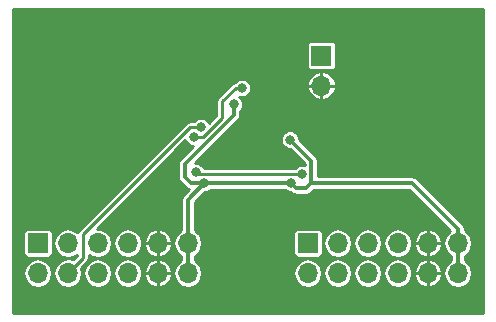
<source format=gbl>
G04 #@! TF.GenerationSoftware,KiCad,Pcbnew,(2017-01-20 revision 550a1ea4d)-master*
G04 #@! TF.CreationDate,2017-01-26T21:32:20+07:00*
G04 #@! TF.ProjectId,ULPI_PMOD,554C50495F504D4F442E6B696361645F,rev?*
G04 #@! TF.FileFunction,Copper,L2,Bot,Signal*
G04 #@! TF.FilePolarity,Positive*
%FSLAX46Y46*%
G04 Gerber Fmt 4.6, Leading zero omitted, Abs format (unit mm)*
G04 Created by KiCad (PCBNEW (2017-01-20 revision 550a1ea4d)-master) date Thu Jan 26 21:32:20 2017*
%MOMM*%
%LPD*%
G01*
G04 APERTURE LIST*
%ADD10C,0.100000*%
%ADD11O,1.550000X1.000000*%
%ADD12O,0.950000X1.250000*%
%ADD13O,1.700000X1.700000*%
%ADD14R,1.700000X1.700000*%
%ADD15C,0.800000*%
%ADD16C,0.375000*%
%ADD17C,0.250000*%
G04 APERTURE END LIST*
D10*
D11*
X75150000Y-67500000D03*
X75150000Y-60500000D03*
D12*
X77850000Y-66500000D03*
X77850000Y-61500000D03*
D13*
X100203000Y-62865000D03*
D14*
X100203000Y-60325000D03*
X76200000Y-76200000D03*
D13*
X76200000Y-78740000D03*
X78740000Y-76200000D03*
X78740000Y-78740000D03*
X81280000Y-76200000D03*
X81280000Y-78740000D03*
X83820000Y-76200000D03*
X83820000Y-78740000D03*
X86360000Y-76200000D03*
X86360000Y-78740000D03*
X88900000Y-76200000D03*
X88900000Y-78740000D03*
X111760000Y-78740000D03*
X111760000Y-76200000D03*
X109220000Y-78740000D03*
X109220000Y-76200000D03*
X106680000Y-78740000D03*
X106680000Y-76200000D03*
X104140000Y-78740000D03*
X104140000Y-76200000D03*
X101600000Y-78740000D03*
X101600000Y-76200000D03*
X99060000Y-78740000D03*
D14*
X99060000Y-76200000D03*
D15*
X96600000Y-65400000D03*
X92329000Y-61087000D03*
X97663000Y-71120000D03*
X90297000Y-71120000D03*
X92778153Y-64447847D03*
X97536000Y-67437010D03*
X89599994Y-70200000D03*
X98552000Y-70358000D03*
X89993438Y-66371442D03*
X89400000Y-67200000D03*
X93496430Y-63067267D03*
D16*
X92778153Y-65336847D02*
X88612490Y-69502510D01*
X88612490Y-70578002D02*
X89154488Y-71120000D01*
X92778153Y-64447847D02*
X92778153Y-65336847D01*
X89154488Y-71120000D02*
X89731315Y-71120000D01*
X89731315Y-71120000D02*
X90297000Y-71120000D01*
X88612490Y-69502510D02*
X88612490Y-70578002D01*
X111760000Y-76200000D02*
X111760000Y-74997919D01*
X111760000Y-74997919D02*
X107856580Y-71094499D01*
X107856580Y-71094499D02*
X99339501Y-71094499D01*
X111760000Y-78740000D02*
X111760000Y-76200000D01*
X88900000Y-76200000D02*
X88900000Y-72517000D01*
X88900000Y-72517000D02*
X90297000Y-71120000D01*
X88900000Y-78740000D02*
X88900000Y-76200000D01*
X99339501Y-71094499D02*
X98914001Y-71519999D01*
X98914001Y-71519999D02*
X98062999Y-71519999D01*
X98062999Y-71519999D02*
X97663000Y-71120000D01*
X97536000Y-67437010D02*
X99339501Y-69240511D01*
X99339501Y-69240511D02*
X99339501Y-71094499D01*
X90297000Y-71120000D02*
X97663000Y-71120000D01*
D17*
X98552000Y-70358000D02*
X89757994Y-70358000D01*
X89757994Y-70358000D02*
X89599994Y-70200000D01*
X89427753Y-66371442D02*
X89993438Y-66371442D01*
X89076558Y-66371442D02*
X89427753Y-66371442D01*
X80010000Y-77470000D02*
X80010000Y-75438000D01*
X78740000Y-78740000D02*
X80010000Y-77470000D01*
X80010000Y-75438000D02*
X89076558Y-66371442D01*
X89965685Y-67200000D02*
X89400000Y-67200000D01*
X90190200Y-67200000D02*
X89965685Y-67200000D01*
X91821000Y-65569200D02*
X90190200Y-67200000D01*
X91821000Y-64177012D02*
X91821000Y-65569200D01*
X92930745Y-63067267D02*
X91821000Y-64177012D01*
X93496430Y-63067267D02*
X92930745Y-63067267D01*
G36*
X113846000Y-82096000D02*
X74114000Y-82096000D01*
X74114000Y-78715922D01*
X74971000Y-78715922D01*
X74971000Y-78764078D01*
X75064552Y-79234396D01*
X75330966Y-79633112D01*
X75729682Y-79899526D01*
X76200000Y-79993078D01*
X76670318Y-79899526D01*
X77069034Y-79633112D01*
X77335448Y-79234396D01*
X77429000Y-78764078D01*
X77429000Y-78715922D01*
X77335448Y-78245604D01*
X77069034Y-77846888D01*
X76670318Y-77580474D01*
X76200000Y-77486922D01*
X75729682Y-77580474D01*
X75330966Y-77846888D01*
X75064552Y-78245604D01*
X74971000Y-78715922D01*
X74114000Y-78715922D01*
X74114000Y-75350000D01*
X74963575Y-75350000D01*
X74963575Y-77050000D01*
X74992990Y-77197878D01*
X75076756Y-77323244D01*
X75202122Y-77407010D01*
X75350000Y-77436425D01*
X77050000Y-77436425D01*
X77197878Y-77407010D01*
X77323244Y-77323244D01*
X77407010Y-77197878D01*
X77436425Y-77050000D01*
X77436425Y-76175922D01*
X77511000Y-76175922D01*
X77511000Y-76224078D01*
X77604552Y-76694396D01*
X77870966Y-77093112D01*
X78269682Y-77359526D01*
X78740000Y-77453078D01*
X79210318Y-77359526D01*
X79506000Y-77161957D01*
X79506000Y-77261236D01*
X79190670Y-77576566D01*
X78740000Y-77486922D01*
X78269682Y-77580474D01*
X77870966Y-77846888D01*
X77604552Y-78245604D01*
X77511000Y-78715922D01*
X77511000Y-78764078D01*
X77604552Y-79234396D01*
X77870966Y-79633112D01*
X78269682Y-79899526D01*
X78740000Y-79993078D01*
X79210318Y-79899526D01*
X79609034Y-79633112D01*
X79875448Y-79234396D01*
X79969000Y-78764078D01*
X79969000Y-78715922D01*
X80051000Y-78715922D01*
X80051000Y-78764078D01*
X80144552Y-79234396D01*
X80410966Y-79633112D01*
X80809682Y-79899526D01*
X81280000Y-79993078D01*
X81750318Y-79899526D01*
X82149034Y-79633112D01*
X82415448Y-79234396D01*
X82509000Y-78764078D01*
X82509000Y-78715922D01*
X82591000Y-78715922D01*
X82591000Y-78764078D01*
X82684552Y-79234396D01*
X82950966Y-79633112D01*
X83349682Y-79899526D01*
X83820000Y-79993078D01*
X84290318Y-79899526D01*
X84689034Y-79633112D01*
X84955448Y-79234396D01*
X85015154Y-78934233D01*
X85146445Y-78934233D01*
X85313151Y-79383855D01*
X85639230Y-79735456D01*
X86075040Y-79935508D01*
X86165767Y-79953554D01*
X86358000Y-79874248D01*
X86358000Y-78742000D01*
X86362000Y-78742000D01*
X86362000Y-79874248D01*
X86554233Y-79953554D01*
X86644960Y-79935508D01*
X87080770Y-79735456D01*
X87406849Y-79383855D01*
X87573555Y-78934233D01*
X87494249Y-78742000D01*
X86362000Y-78742000D01*
X86358000Y-78742000D01*
X85225751Y-78742000D01*
X85146445Y-78934233D01*
X85015154Y-78934233D01*
X85049000Y-78764078D01*
X85049000Y-78715922D01*
X85015155Y-78545767D01*
X85146445Y-78545767D01*
X85225751Y-78738000D01*
X86358000Y-78738000D01*
X86358000Y-77605752D01*
X86362000Y-77605752D01*
X86362000Y-78738000D01*
X87494249Y-78738000D01*
X87573555Y-78545767D01*
X87406849Y-78096145D01*
X87080770Y-77744544D01*
X86644960Y-77544492D01*
X86554233Y-77526446D01*
X86362000Y-77605752D01*
X86358000Y-77605752D01*
X86165767Y-77526446D01*
X86075040Y-77544492D01*
X85639230Y-77744544D01*
X85313151Y-78096145D01*
X85146445Y-78545767D01*
X85015155Y-78545767D01*
X84955448Y-78245604D01*
X84689034Y-77846888D01*
X84290318Y-77580474D01*
X83820000Y-77486922D01*
X83349682Y-77580474D01*
X82950966Y-77846888D01*
X82684552Y-78245604D01*
X82591000Y-78715922D01*
X82509000Y-78715922D01*
X82415448Y-78245604D01*
X82149034Y-77846888D01*
X81750318Y-77580474D01*
X81280000Y-77486922D01*
X80809682Y-77580474D01*
X80410966Y-77846888D01*
X80144552Y-78245604D01*
X80051000Y-78715922D01*
X79969000Y-78715922D01*
X79887346Y-78305418D01*
X80366382Y-77826382D01*
X80475635Y-77662873D01*
X80514000Y-77470000D01*
X80514000Y-77161957D01*
X80809682Y-77359526D01*
X81280000Y-77453078D01*
X81750318Y-77359526D01*
X82149034Y-77093112D01*
X82415448Y-76694396D01*
X82509000Y-76224078D01*
X82509000Y-76175922D01*
X82591000Y-76175922D01*
X82591000Y-76224078D01*
X82684552Y-76694396D01*
X82950966Y-77093112D01*
X83349682Y-77359526D01*
X83820000Y-77453078D01*
X84290318Y-77359526D01*
X84689034Y-77093112D01*
X84955448Y-76694396D01*
X85015154Y-76394233D01*
X85146445Y-76394233D01*
X85313151Y-76843855D01*
X85639230Y-77195456D01*
X86075040Y-77395508D01*
X86165767Y-77413554D01*
X86358000Y-77334248D01*
X86358000Y-76202000D01*
X86362000Y-76202000D01*
X86362000Y-77334248D01*
X86554233Y-77413554D01*
X86644960Y-77395508D01*
X87080770Y-77195456D01*
X87406849Y-76843855D01*
X87573555Y-76394233D01*
X87494249Y-76202000D01*
X86362000Y-76202000D01*
X86358000Y-76202000D01*
X85225751Y-76202000D01*
X85146445Y-76394233D01*
X85015154Y-76394233D01*
X85049000Y-76224078D01*
X85049000Y-76175922D01*
X85015155Y-76005767D01*
X85146445Y-76005767D01*
X85225751Y-76198000D01*
X86358000Y-76198000D01*
X86358000Y-75065752D01*
X86362000Y-75065752D01*
X86362000Y-76198000D01*
X87494249Y-76198000D01*
X87573555Y-76005767D01*
X87406849Y-75556145D01*
X87080770Y-75204544D01*
X86644960Y-75004492D01*
X86554233Y-74986446D01*
X86362000Y-75065752D01*
X86358000Y-75065752D01*
X86165767Y-74986446D01*
X86075040Y-75004492D01*
X85639230Y-75204544D01*
X85313151Y-75556145D01*
X85146445Y-76005767D01*
X85015155Y-76005767D01*
X84955448Y-75705604D01*
X84689034Y-75306888D01*
X84290318Y-75040474D01*
X83820000Y-74946922D01*
X83349682Y-75040474D01*
X82950966Y-75306888D01*
X82684552Y-75705604D01*
X82591000Y-76175922D01*
X82509000Y-76175922D01*
X82415448Y-75705604D01*
X82149034Y-75306888D01*
X81750318Y-75040474D01*
X81280000Y-74946922D01*
X81197415Y-74963349D01*
X88675138Y-67485626D01*
X88739210Y-67640692D01*
X88958156Y-67860019D01*
X89244367Y-67978865D01*
X89334904Y-67978944D01*
X88211914Y-69101934D01*
X88089112Y-69285720D01*
X88045990Y-69502510D01*
X88045990Y-70578002D01*
X88089112Y-70794792D01*
X88211914Y-70978578D01*
X88753912Y-71520576D01*
X88937698Y-71643378D01*
X88966701Y-71649147D01*
X88499424Y-72116424D01*
X88376622Y-72300210D01*
X88333500Y-72517000D01*
X88333500Y-75104741D01*
X88030966Y-75306888D01*
X87764552Y-75705604D01*
X87671000Y-76175922D01*
X87671000Y-76224078D01*
X87764552Y-76694396D01*
X88030966Y-77093112D01*
X88333500Y-77295259D01*
X88333500Y-77644741D01*
X88030966Y-77846888D01*
X87764552Y-78245604D01*
X87671000Y-78715922D01*
X87671000Y-78764078D01*
X87764552Y-79234396D01*
X88030966Y-79633112D01*
X88429682Y-79899526D01*
X88900000Y-79993078D01*
X89370318Y-79899526D01*
X89769034Y-79633112D01*
X90035448Y-79234396D01*
X90129000Y-78764078D01*
X90129000Y-78715922D01*
X97831000Y-78715922D01*
X97831000Y-78764078D01*
X97924552Y-79234396D01*
X98190966Y-79633112D01*
X98589682Y-79899526D01*
X99060000Y-79993078D01*
X99530318Y-79899526D01*
X99929034Y-79633112D01*
X100195448Y-79234396D01*
X100289000Y-78764078D01*
X100289000Y-78715922D01*
X100371000Y-78715922D01*
X100371000Y-78764078D01*
X100464552Y-79234396D01*
X100730966Y-79633112D01*
X101129682Y-79899526D01*
X101600000Y-79993078D01*
X102070318Y-79899526D01*
X102469034Y-79633112D01*
X102735448Y-79234396D01*
X102829000Y-78764078D01*
X102829000Y-78715922D01*
X102911000Y-78715922D01*
X102911000Y-78764078D01*
X103004552Y-79234396D01*
X103270966Y-79633112D01*
X103669682Y-79899526D01*
X104140000Y-79993078D01*
X104610318Y-79899526D01*
X105009034Y-79633112D01*
X105275448Y-79234396D01*
X105369000Y-78764078D01*
X105369000Y-78715922D01*
X105451000Y-78715922D01*
X105451000Y-78764078D01*
X105544552Y-79234396D01*
X105810966Y-79633112D01*
X106209682Y-79899526D01*
X106680000Y-79993078D01*
X107150318Y-79899526D01*
X107549034Y-79633112D01*
X107815448Y-79234396D01*
X107875154Y-78934233D01*
X108006445Y-78934233D01*
X108173151Y-79383855D01*
X108499230Y-79735456D01*
X108935040Y-79935508D01*
X109025767Y-79953554D01*
X109218000Y-79874248D01*
X109218000Y-78742000D01*
X109222000Y-78742000D01*
X109222000Y-79874248D01*
X109414233Y-79953554D01*
X109504960Y-79935508D01*
X109940770Y-79735456D01*
X110266849Y-79383855D01*
X110433555Y-78934233D01*
X110354249Y-78742000D01*
X109222000Y-78742000D01*
X109218000Y-78742000D01*
X108085751Y-78742000D01*
X108006445Y-78934233D01*
X107875154Y-78934233D01*
X107909000Y-78764078D01*
X107909000Y-78715922D01*
X107875155Y-78545767D01*
X108006445Y-78545767D01*
X108085751Y-78738000D01*
X109218000Y-78738000D01*
X109218000Y-77605752D01*
X109222000Y-77605752D01*
X109222000Y-78738000D01*
X110354249Y-78738000D01*
X110433555Y-78545767D01*
X110266849Y-78096145D01*
X109940770Y-77744544D01*
X109504960Y-77544492D01*
X109414233Y-77526446D01*
X109222000Y-77605752D01*
X109218000Y-77605752D01*
X109025767Y-77526446D01*
X108935040Y-77544492D01*
X108499230Y-77744544D01*
X108173151Y-78096145D01*
X108006445Y-78545767D01*
X107875155Y-78545767D01*
X107815448Y-78245604D01*
X107549034Y-77846888D01*
X107150318Y-77580474D01*
X106680000Y-77486922D01*
X106209682Y-77580474D01*
X105810966Y-77846888D01*
X105544552Y-78245604D01*
X105451000Y-78715922D01*
X105369000Y-78715922D01*
X105275448Y-78245604D01*
X105009034Y-77846888D01*
X104610318Y-77580474D01*
X104140000Y-77486922D01*
X103669682Y-77580474D01*
X103270966Y-77846888D01*
X103004552Y-78245604D01*
X102911000Y-78715922D01*
X102829000Y-78715922D01*
X102735448Y-78245604D01*
X102469034Y-77846888D01*
X102070318Y-77580474D01*
X101600000Y-77486922D01*
X101129682Y-77580474D01*
X100730966Y-77846888D01*
X100464552Y-78245604D01*
X100371000Y-78715922D01*
X100289000Y-78715922D01*
X100195448Y-78245604D01*
X99929034Y-77846888D01*
X99530318Y-77580474D01*
X99060000Y-77486922D01*
X98589682Y-77580474D01*
X98190966Y-77846888D01*
X97924552Y-78245604D01*
X97831000Y-78715922D01*
X90129000Y-78715922D01*
X90035448Y-78245604D01*
X89769034Y-77846888D01*
X89466500Y-77644741D01*
X89466500Y-77295259D01*
X89769034Y-77093112D01*
X90035448Y-76694396D01*
X90129000Y-76224078D01*
X90129000Y-76175922D01*
X90035448Y-75705604D01*
X89797841Y-75350000D01*
X97823575Y-75350000D01*
X97823575Y-77050000D01*
X97852990Y-77197878D01*
X97936756Y-77323244D01*
X98062122Y-77407010D01*
X98210000Y-77436425D01*
X99910000Y-77436425D01*
X100057878Y-77407010D01*
X100183244Y-77323244D01*
X100267010Y-77197878D01*
X100296425Y-77050000D01*
X100296425Y-76175922D01*
X100371000Y-76175922D01*
X100371000Y-76224078D01*
X100464552Y-76694396D01*
X100730966Y-77093112D01*
X101129682Y-77359526D01*
X101600000Y-77453078D01*
X102070318Y-77359526D01*
X102469034Y-77093112D01*
X102735448Y-76694396D01*
X102829000Y-76224078D01*
X102829000Y-76175922D01*
X102911000Y-76175922D01*
X102911000Y-76224078D01*
X103004552Y-76694396D01*
X103270966Y-77093112D01*
X103669682Y-77359526D01*
X104140000Y-77453078D01*
X104610318Y-77359526D01*
X105009034Y-77093112D01*
X105275448Y-76694396D01*
X105369000Y-76224078D01*
X105369000Y-76175922D01*
X105451000Y-76175922D01*
X105451000Y-76224078D01*
X105544552Y-76694396D01*
X105810966Y-77093112D01*
X106209682Y-77359526D01*
X106680000Y-77453078D01*
X107150318Y-77359526D01*
X107549034Y-77093112D01*
X107815448Y-76694396D01*
X107875154Y-76394233D01*
X108006445Y-76394233D01*
X108173151Y-76843855D01*
X108499230Y-77195456D01*
X108935040Y-77395508D01*
X109025767Y-77413554D01*
X109218000Y-77334248D01*
X109218000Y-76202000D01*
X109222000Y-76202000D01*
X109222000Y-77334248D01*
X109414233Y-77413554D01*
X109504960Y-77395508D01*
X109940770Y-77195456D01*
X110266849Y-76843855D01*
X110433555Y-76394233D01*
X110354249Y-76202000D01*
X109222000Y-76202000D01*
X109218000Y-76202000D01*
X108085751Y-76202000D01*
X108006445Y-76394233D01*
X107875154Y-76394233D01*
X107909000Y-76224078D01*
X107909000Y-76175922D01*
X107875155Y-76005767D01*
X108006445Y-76005767D01*
X108085751Y-76198000D01*
X109218000Y-76198000D01*
X109218000Y-75065752D01*
X109222000Y-75065752D01*
X109222000Y-76198000D01*
X110354249Y-76198000D01*
X110433555Y-76005767D01*
X110266849Y-75556145D01*
X109940770Y-75204544D01*
X109504960Y-75004492D01*
X109414233Y-74986446D01*
X109222000Y-75065752D01*
X109218000Y-75065752D01*
X109025767Y-74986446D01*
X108935040Y-75004492D01*
X108499230Y-75204544D01*
X108173151Y-75556145D01*
X108006445Y-76005767D01*
X107875155Y-76005767D01*
X107815448Y-75705604D01*
X107549034Y-75306888D01*
X107150318Y-75040474D01*
X106680000Y-74946922D01*
X106209682Y-75040474D01*
X105810966Y-75306888D01*
X105544552Y-75705604D01*
X105451000Y-76175922D01*
X105369000Y-76175922D01*
X105275448Y-75705604D01*
X105009034Y-75306888D01*
X104610318Y-75040474D01*
X104140000Y-74946922D01*
X103669682Y-75040474D01*
X103270966Y-75306888D01*
X103004552Y-75705604D01*
X102911000Y-76175922D01*
X102829000Y-76175922D01*
X102735448Y-75705604D01*
X102469034Y-75306888D01*
X102070318Y-75040474D01*
X101600000Y-74946922D01*
X101129682Y-75040474D01*
X100730966Y-75306888D01*
X100464552Y-75705604D01*
X100371000Y-76175922D01*
X100296425Y-76175922D01*
X100296425Y-75350000D01*
X100267010Y-75202122D01*
X100183244Y-75076756D01*
X100057878Y-74992990D01*
X99910000Y-74963575D01*
X98210000Y-74963575D01*
X98062122Y-74992990D01*
X97936756Y-75076756D01*
X97852990Y-75202122D01*
X97823575Y-75350000D01*
X89797841Y-75350000D01*
X89769034Y-75306888D01*
X89466500Y-75104741D01*
X89466500Y-72751652D01*
X90319132Y-71899020D01*
X90451273Y-71899135D01*
X90737692Y-71780790D01*
X90832146Y-71686500D01*
X97127799Y-71686500D01*
X97221156Y-71780019D01*
X97507367Y-71898865D01*
X97640829Y-71898981D01*
X97662423Y-71920575D01*
X97846209Y-72043377D01*
X98062999Y-72086499D01*
X98914001Y-72086499D01*
X99130791Y-72043377D01*
X99314577Y-71920575D01*
X99574153Y-71660999D01*
X107621928Y-71660999D01*
X111116871Y-75155942D01*
X110890966Y-75306888D01*
X110624552Y-75705604D01*
X110531000Y-76175922D01*
X110531000Y-76224078D01*
X110624552Y-76694396D01*
X110890966Y-77093112D01*
X111193500Y-77295259D01*
X111193500Y-77644741D01*
X110890966Y-77846888D01*
X110624552Y-78245604D01*
X110531000Y-78715922D01*
X110531000Y-78764078D01*
X110624552Y-79234396D01*
X110890966Y-79633112D01*
X111289682Y-79899526D01*
X111760000Y-79993078D01*
X112230318Y-79899526D01*
X112629034Y-79633112D01*
X112895448Y-79234396D01*
X112989000Y-78764078D01*
X112989000Y-78715922D01*
X112895448Y-78245604D01*
X112629034Y-77846888D01*
X112326500Y-77644741D01*
X112326500Y-77295259D01*
X112629034Y-77093112D01*
X112895448Y-76694396D01*
X112989000Y-76224078D01*
X112989000Y-76175922D01*
X112895448Y-75705604D01*
X112629034Y-75306888D01*
X112326500Y-75104741D01*
X112326500Y-74997919D01*
X112283378Y-74781129D01*
X112160576Y-74597343D01*
X108257156Y-70693923D01*
X108073370Y-70571121D01*
X107856580Y-70527999D01*
X99906001Y-70527999D01*
X99906001Y-69240511D01*
X99862879Y-69023721D01*
X99740077Y-68839935D01*
X98315020Y-67414878D01*
X98315135Y-67282737D01*
X98196790Y-66996318D01*
X97977844Y-66776991D01*
X97691633Y-66658145D01*
X97381727Y-66657875D01*
X97095308Y-66776220D01*
X96875981Y-66995166D01*
X96757135Y-67281377D01*
X96756865Y-67591283D01*
X96875210Y-67877702D01*
X97094156Y-68097029D01*
X97380367Y-68215875D01*
X97513829Y-68215991D01*
X98773001Y-69475163D01*
X98773001Y-69606278D01*
X98707633Y-69579135D01*
X98397727Y-69578865D01*
X98111308Y-69697210D01*
X97954245Y-69854000D01*
X90299910Y-69854000D01*
X90260784Y-69759308D01*
X90041838Y-69539981D01*
X89755627Y-69421135D01*
X89495244Y-69420908D01*
X93178729Y-65737423D01*
X93301531Y-65553638D01*
X93344653Y-65336847D01*
X93344653Y-64983048D01*
X93438172Y-64889691D01*
X93557018Y-64603480D01*
X93557288Y-64293574D01*
X93438943Y-64007155D01*
X93233881Y-63801736D01*
X93340797Y-63846132D01*
X93650703Y-63846402D01*
X93937122Y-63728057D01*
X94156449Y-63509111D01*
X94275295Y-63222900D01*
X94275437Y-63059233D01*
X98989446Y-63059233D01*
X99007492Y-63149960D01*
X99207544Y-63585770D01*
X99559145Y-63911849D01*
X100008767Y-64078555D01*
X100201000Y-63999249D01*
X100201000Y-62867000D01*
X100205000Y-62867000D01*
X100205000Y-63999249D01*
X100397233Y-64078555D01*
X100846855Y-63911849D01*
X101198456Y-63585770D01*
X101398508Y-63149960D01*
X101416554Y-63059233D01*
X101337248Y-62867000D01*
X100205000Y-62867000D01*
X100201000Y-62867000D01*
X99068752Y-62867000D01*
X98989446Y-63059233D01*
X94275437Y-63059233D01*
X94275565Y-62912994D01*
X94175480Y-62670767D01*
X98989446Y-62670767D01*
X99068752Y-62863000D01*
X100201000Y-62863000D01*
X100201000Y-61730751D01*
X100205000Y-61730751D01*
X100205000Y-62863000D01*
X101337248Y-62863000D01*
X101416554Y-62670767D01*
X101398508Y-62580040D01*
X101198456Y-62144230D01*
X100846855Y-61818151D01*
X100397233Y-61651445D01*
X100205000Y-61730751D01*
X100201000Y-61730751D01*
X100008767Y-61651445D01*
X99559145Y-61818151D01*
X99207544Y-62144230D01*
X99007492Y-62580040D01*
X98989446Y-62670767D01*
X94175480Y-62670767D01*
X94157220Y-62626575D01*
X93938274Y-62407248D01*
X93652063Y-62288402D01*
X93342157Y-62288132D01*
X93055738Y-62406477D01*
X92890695Y-62571234D01*
X92737873Y-62601632D01*
X92574363Y-62710885D01*
X91464618Y-63820630D01*
X91355365Y-63984139D01*
X91317000Y-64177012D01*
X91317000Y-65360437D01*
X90681261Y-65996175D01*
X90654228Y-65930750D01*
X90435282Y-65711423D01*
X90149071Y-65592577D01*
X89839165Y-65592307D01*
X89552746Y-65710652D01*
X89395683Y-65867442D01*
X89076558Y-65867442D01*
X88883685Y-65905807D01*
X88720176Y-66015060D01*
X79653618Y-75081618D01*
X79544365Y-75245127D01*
X79544365Y-75245128D01*
X79541108Y-75261501D01*
X79210318Y-75040474D01*
X78740000Y-74946922D01*
X78269682Y-75040474D01*
X77870966Y-75306888D01*
X77604552Y-75705604D01*
X77511000Y-76175922D01*
X77436425Y-76175922D01*
X77436425Y-75350000D01*
X77407010Y-75202122D01*
X77323244Y-75076756D01*
X77197878Y-74992990D01*
X77050000Y-74963575D01*
X75350000Y-74963575D01*
X75202122Y-74992990D01*
X75076756Y-75076756D01*
X74992990Y-75202122D01*
X74963575Y-75350000D01*
X74114000Y-75350000D01*
X74114000Y-59475000D01*
X98966575Y-59475000D01*
X98966575Y-61175000D01*
X98995990Y-61322878D01*
X99079756Y-61448244D01*
X99205122Y-61532010D01*
X99353000Y-61561425D01*
X101053000Y-61561425D01*
X101200878Y-61532010D01*
X101326244Y-61448244D01*
X101410010Y-61322878D01*
X101439425Y-61175000D01*
X101439425Y-59475000D01*
X101410010Y-59327122D01*
X101326244Y-59201756D01*
X101200878Y-59117990D01*
X101053000Y-59088575D01*
X99353000Y-59088575D01*
X99205122Y-59117990D01*
X99079756Y-59201756D01*
X98995990Y-59327122D01*
X98966575Y-59475000D01*
X74114000Y-59475000D01*
X74114000Y-56334000D01*
X113846000Y-56334000D01*
X113846000Y-82096000D01*
X113846000Y-82096000D01*
G37*
X113846000Y-82096000D02*
X74114000Y-82096000D01*
X74114000Y-78715922D01*
X74971000Y-78715922D01*
X74971000Y-78764078D01*
X75064552Y-79234396D01*
X75330966Y-79633112D01*
X75729682Y-79899526D01*
X76200000Y-79993078D01*
X76670318Y-79899526D01*
X77069034Y-79633112D01*
X77335448Y-79234396D01*
X77429000Y-78764078D01*
X77429000Y-78715922D01*
X77335448Y-78245604D01*
X77069034Y-77846888D01*
X76670318Y-77580474D01*
X76200000Y-77486922D01*
X75729682Y-77580474D01*
X75330966Y-77846888D01*
X75064552Y-78245604D01*
X74971000Y-78715922D01*
X74114000Y-78715922D01*
X74114000Y-75350000D01*
X74963575Y-75350000D01*
X74963575Y-77050000D01*
X74992990Y-77197878D01*
X75076756Y-77323244D01*
X75202122Y-77407010D01*
X75350000Y-77436425D01*
X77050000Y-77436425D01*
X77197878Y-77407010D01*
X77323244Y-77323244D01*
X77407010Y-77197878D01*
X77436425Y-77050000D01*
X77436425Y-76175922D01*
X77511000Y-76175922D01*
X77511000Y-76224078D01*
X77604552Y-76694396D01*
X77870966Y-77093112D01*
X78269682Y-77359526D01*
X78740000Y-77453078D01*
X79210318Y-77359526D01*
X79506000Y-77161957D01*
X79506000Y-77261236D01*
X79190670Y-77576566D01*
X78740000Y-77486922D01*
X78269682Y-77580474D01*
X77870966Y-77846888D01*
X77604552Y-78245604D01*
X77511000Y-78715922D01*
X77511000Y-78764078D01*
X77604552Y-79234396D01*
X77870966Y-79633112D01*
X78269682Y-79899526D01*
X78740000Y-79993078D01*
X79210318Y-79899526D01*
X79609034Y-79633112D01*
X79875448Y-79234396D01*
X79969000Y-78764078D01*
X79969000Y-78715922D01*
X80051000Y-78715922D01*
X80051000Y-78764078D01*
X80144552Y-79234396D01*
X80410966Y-79633112D01*
X80809682Y-79899526D01*
X81280000Y-79993078D01*
X81750318Y-79899526D01*
X82149034Y-79633112D01*
X82415448Y-79234396D01*
X82509000Y-78764078D01*
X82509000Y-78715922D01*
X82591000Y-78715922D01*
X82591000Y-78764078D01*
X82684552Y-79234396D01*
X82950966Y-79633112D01*
X83349682Y-79899526D01*
X83820000Y-79993078D01*
X84290318Y-79899526D01*
X84689034Y-79633112D01*
X84955448Y-79234396D01*
X85015154Y-78934233D01*
X85146445Y-78934233D01*
X85313151Y-79383855D01*
X85639230Y-79735456D01*
X86075040Y-79935508D01*
X86165767Y-79953554D01*
X86358000Y-79874248D01*
X86358000Y-78742000D01*
X86362000Y-78742000D01*
X86362000Y-79874248D01*
X86554233Y-79953554D01*
X86644960Y-79935508D01*
X87080770Y-79735456D01*
X87406849Y-79383855D01*
X87573555Y-78934233D01*
X87494249Y-78742000D01*
X86362000Y-78742000D01*
X86358000Y-78742000D01*
X85225751Y-78742000D01*
X85146445Y-78934233D01*
X85015154Y-78934233D01*
X85049000Y-78764078D01*
X85049000Y-78715922D01*
X85015155Y-78545767D01*
X85146445Y-78545767D01*
X85225751Y-78738000D01*
X86358000Y-78738000D01*
X86358000Y-77605752D01*
X86362000Y-77605752D01*
X86362000Y-78738000D01*
X87494249Y-78738000D01*
X87573555Y-78545767D01*
X87406849Y-78096145D01*
X87080770Y-77744544D01*
X86644960Y-77544492D01*
X86554233Y-77526446D01*
X86362000Y-77605752D01*
X86358000Y-77605752D01*
X86165767Y-77526446D01*
X86075040Y-77544492D01*
X85639230Y-77744544D01*
X85313151Y-78096145D01*
X85146445Y-78545767D01*
X85015155Y-78545767D01*
X84955448Y-78245604D01*
X84689034Y-77846888D01*
X84290318Y-77580474D01*
X83820000Y-77486922D01*
X83349682Y-77580474D01*
X82950966Y-77846888D01*
X82684552Y-78245604D01*
X82591000Y-78715922D01*
X82509000Y-78715922D01*
X82415448Y-78245604D01*
X82149034Y-77846888D01*
X81750318Y-77580474D01*
X81280000Y-77486922D01*
X80809682Y-77580474D01*
X80410966Y-77846888D01*
X80144552Y-78245604D01*
X80051000Y-78715922D01*
X79969000Y-78715922D01*
X79887346Y-78305418D01*
X80366382Y-77826382D01*
X80475635Y-77662873D01*
X80514000Y-77470000D01*
X80514000Y-77161957D01*
X80809682Y-77359526D01*
X81280000Y-77453078D01*
X81750318Y-77359526D01*
X82149034Y-77093112D01*
X82415448Y-76694396D01*
X82509000Y-76224078D01*
X82509000Y-76175922D01*
X82591000Y-76175922D01*
X82591000Y-76224078D01*
X82684552Y-76694396D01*
X82950966Y-77093112D01*
X83349682Y-77359526D01*
X83820000Y-77453078D01*
X84290318Y-77359526D01*
X84689034Y-77093112D01*
X84955448Y-76694396D01*
X85015154Y-76394233D01*
X85146445Y-76394233D01*
X85313151Y-76843855D01*
X85639230Y-77195456D01*
X86075040Y-77395508D01*
X86165767Y-77413554D01*
X86358000Y-77334248D01*
X86358000Y-76202000D01*
X86362000Y-76202000D01*
X86362000Y-77334248D01*
X86554233Y-77413554D01*
X86644960Y-77395508D01*
X87080770Y-77195456D01*
X87406849Y-76843855D01*
X87573555Y-76394233D01*
X87494249Y-76202000D01*
X86362000Y-76202000D01*
X86358000Y-76202000D01*
X85225751Y-76202000D01*
X85146445Y-76394233D01*
X85015154Y-76394233D01*
X85049000Y-76224078D01*
X85049000Y-76175922D01*
X85015155Y-76005767D01*
X85146445Y-76005767D01*
X85225751Y-76198000D01*
X86358000Y-76198000D01*
X86358000Y-75065752D01*
X86362000Y-75065752D01*
X86362000Y-76198000D01*
X87494249Y-76198000D01*
X87573555Y-76005767D01*
X87406849Y-75556145D01*
X87080770Y-75204544D01*
X86644960Y-75004492D01*
X86554233Y-74986446D01*
X86362000Y-75065752D01*
X86358000Y-75065752D01*
X86165767Y-74986446D01*
X86075040Y-75004492D01*
X85639230Y-75204544D01*
X85313151Y-75556145D01*
X85146445Y-76005767D01*
X85015155Y-76005767D01*
X84955448Y-75705604D01*
X84689034Y-75306888D01*
X84290318Y-75040474D01*
X83820000Y-74946922D01*
X83349682Y-75040474D01*
X82950966Y-75306888D01*
X82684552Y-75705604D01*
X82591000Y-76175922D01*
X82509000Y-76175922D01*
X82415448Y-75705604D01*
X82149034Y-75306888D01*
X81750318Y-75040474D01*
X81280000Y-74946922D01*
X81197415Y-74963349D01*
X88675138Y-67485626D01*
X88739210Y-67640692D01*
X88958156Y-67860019D01*
X89244367Y-67978865D01*
X89334904Y-67978944D01*
X88211914Y-69101934D01*
X88089112Y-69285720D01*
X88045990Y-69502510D01*
X88045990Y-70578002D01*
X88089112Y-70794792D01*
X88211914Y-70978578D01*
X88753912Y-71520576D01*
X88937698Y-71643378D01*
X88966701Y-71649147D01*
X88499424Y-72116424D01*
X88376622Y-72300210D01*
X88333500Y-72517000D01*
X88333500Y-75104741D01*
X88030966Y-75306888D01*
X87764552Y-75705604D01*
X87671000Y-76175922D01*
X87671000Y-76224078D01*
X87764552Y-76694396D01*
X88030966Y-77093112D01*
X88333500Y-77295259D01*
X88333500Y-77644741D01*
X88030966Y-77846888D01*
X87764552Y-78245604D01*
X87671000Y-78715922D01*
X87671000Y-78764078D01*
X87764552Y-79234396D01*
X88030966Y-79633112D01*
X88429682Y-79899526D01*
X88900000Y-79993078D01*
X89370318Y-79899526D01*
X89769034Y-79633112D01*
X90035448Y-79234396D01*
X90129000Y-78764078D01*
X90129000Y-78715922D01*
X97831000Y-78715922D01*
X97831000Y-78764078D01*
X97924552Y-79234396D01*
X98190966Y-79633112D01*
X98589682Y-79899526D01*
X99060000Y-79993078D01*
X99530318Y-79899526D01*
X99929034Y-79633112D01*
X100195448Y-79234396D01*
X100289000Y-78764078D01*
X100289000Y-78715922D01*
X100371000Y-78715922D01*
X100371000Y-78764078D01*
X100464552Y-79234396D01*
X100730966Y-79633112D01*
X101129682Y-79899526D01*
X101600000Y-79993078D01*
X102070318Y-79899526D01*
X102469034Y-79633112D01*
X102735448Y-79234396D01*
X102829000Y-78764078D01*
X102829000Y-78715922D01*
X102911000Y-78715922D01*
X102911000Y-78764078D01*
X103004552Y-79234396D01*
X103270966Y-79633112D01*
X103669682Y-79899526D01*
X104140000Y-79993078D01*
X104610318Y-79899526D01*
X105009034Y-79633112D01*
X105275448Y-79234396D01*
X105369000Y-78764078D01*
X105369000Y-78715922D01*
X105451000Y-78715922D01*
X105451000Y-78764078D01*
X105544552Y-79234396D01*
X105810966Y-79633112D01*
X106209682Y-79899526D01*
X106680000Y-79993078D01*
X107150318Y-79899526D01*
X107549034Y-79633112D01*
X107815448Y-79234396D01*
X107875154Y-78934233D01*
X108006445Y-78934233D01*
X108173151Y-79383855D01*
X108499230Y-79735456D01*
X108935040Y-79935508D01*
X109025767Y-79953554D01*
X109218000Y-79874248D01*
X109218000Y-78742000D01*
X109222000Y-78742000D01*
X109222000Y-79874248D01*
X109414233Y-79953554D01*
X109504960Y-79935508D01*
X109940770Y-79735456D01*
X110266849Y-79383855D01*
X110433555Y-78934233D01*
X110354249Y-78742000D01*
X109222000Y-78742000D01*
X109218000Y-78742000D01*
X108085751Y-78742000D01*
X108006445Y-78934233D01*
X107875154Y-78934233D01*
X107909000Y-78764078D01*
X107909000Y-78715922D01*
X107875155Y-78545767D01*
X108006445Y-78545767D01*
X108085751Y-78738000D01*
X109218000Y-78738000D01*
X109218000Y-77605752D01*
X109222000Y-77605752D01*
X109222000Y-78738000D01*
X110354249Y-78738000D01*
X110433555Y-78545767D01*
X110266849Y-78096145D01*
X109940770Y-77744544D01*
X109504960Y-77544492D01*
X109414233Y-77526446D01*
X109222000Y-77605752D01*
X109218000Y-77605752D01*
X109025767Y-77526446D01*
X108935040Y-77544492D01*
X108499230Y-77744544D01*
X108173151Y-78096145D01*
X108006445Y-78545767D01*
X107875155Y-78545767D01*
X107815448Y-78245604D01*
X107549034Y-77846888D01*
X107150318Y-77580474D01*
X106680000Y-77486922D01*
X106209682Y-77580474D01*
X105810966Y-77846888D01*
X105544552Y-78245604D01*
X105451000Y-78715922D01*
X105369000Y-78715922D01*
X105275448Y-78245604D01*
X105009034Y-77846888D01*
X104610318Y-77580474D01*
X104140000Y-77486922D01*
X103669682Y-77580474D01*
X103270966Y-77846888D01*
X103004552Y-78245604D01*
X102911000Y-78715922D01*
X102829000Y-78715922D01*
X102735448Y-78245604D01*
X102469034Y-77846888D01*
X102070318Y-77580474D01*
X101600000Y-77486922D01*
X101129682Y-77580474D01*
X100730966Y-77846888D01*
X100464552Y-78245604D01*
X100371000Y-78715922D01*
X100289000Y-78715922D01*
X100195448Y-78245604D01*
X99929034Y-77846888D01*
X99530318Y-77580474D01*
X99060000Y-77486922D01*
X98589682Y-77580474D01*
X98190966Y-77846888D01*
X97924552Y-78245604D01*
X97831000Y-78715922D01*
X90129000Y-78715922D01*
X90035448Y-78245604D01*
X89769034Y-77846888D01*
X89466500Y-77644741D01*
X89466500Y-77295259D01*
X89769034Y-77093112D01*
X90035448Y-76694396D01*
X90129000Y-76224078D01*
X90129000Y-76175922D01*
X90035448Y-75705604D01*
X89797841Y-75350000D01*
X97823575Y-75350000D01*
X97823575Y-77050000D01*
X97852990Y-77197878D01*
X97936756Y-77323244D01*
X98062122Y-77407010D01*
X98210000Y-77436425D01*
X99910000Y-77436425D01*
X100057878Y-77407010D01*
X100183244Y-77323244D01*
X100267010Y-77197878D01*
X100296425Y-77050000D01*
X100296425Y-76175922D01*
X100371000Y-76175922D01*
X100371000Y-76224078D01*
X100464552Y-76694396D01*
X100730966Y-77093112D01*
X101129682Y-77359526D01*
X101600000Y-77453078D01*
X102070318Y-77359526D01*
X102469034Y-77093112D01*
X102735448Y-76694396D01*
X102829000Y-76224078D01*
X102829000Y-76175922D01*
X102911000Y-76175922D01*
X102911000Y-76224078D01*
X103004552Y-76694396D01*
X103270966Y-77093112D01*
X103669682Y-77359526D01*
X104140000Y-77453078D01*
X104610318Y-77359526D01*
X105009034Y-77093112D01*
X105275448Y-76694396D01*
X105369000Y-76224078D01*
X105369000Y-76175922D01*
X105451000Y-76175922D01*
X105451000Y-76224078D01*
X105544552Y-76694396D01*
X105810966Y-77093112D01*
X106209682Y-77359526D01*
X106680000Y-77453078D01*
X107150318Y-77359526D01*
X107549034Y-77093112D01*
X107815448Y-76694396D01*
X107875154Y-76394233D01*
X108006445Y-76394233D01*
X108173151Y-76843855D01*
X108499230Y-77195456D01*
X108935040Y-77395508D01*
X109025767Y-77413554D01*
X109218000Y-77334248D01*
X109218000Y-76202000D01*
X109222000Y-76202000D01*
X109222000Y-77334248D01*
X109414233Y-77413554D01*
X109504960Y-77395508D01*
X109940770Y-77195456D01*
X110266849Y-76843855D01*
X110433555Y-76394233D01*
X110354249Y-76202000D01*
X109222000Y-76202000D01*
X109218000Y-76202000D01*
X108085751Y-76202000D01*
X108006445Y-76394233D01*
X107875154Y-76394233D01*
X107909000Y-76224078D01*
X107909000Y-76175922D01*
X107875155Y-76005767D01*
X108006445Y-76005767D01*
X108085751Y-76198000D01*
X109218000Y-76198000D01*
X109218000Y-75065752D01*
X109222000Y-75065752D01*
X109222000Y-76198000D01*
X110354249Y-76198000D01*
X110433555Y-76005767D01*
X110266849Y-75556145D01*
X109940770Y-75204544D01*
X109504960Y-75004492D01*
X109414233Y-74986446D01*
X109222000Y-75065752D01*
X109218000Y-75065752D01*
X109025767Y-74986446D01*
X108935040Y-75004492D01*
X108499230Y-75204544D01*
X108173151Y-75556145D01*
X108006445Y-76005767D01*
X107875155Y-76005767D01*
X107815448Y-75705604D01*
X107549034Y-75306888D01*
X107150318Y-75040474D01*
X106680000Y-74946922D01*
X106209682Y-75040474D01*
X105810966Y-75306888D01*
X105544552Y-75705604D01*
X105451000Y-76175922D01*
X105369000Y-76175922D01*
X105275448Y-75705604D01*
X105009034Y-75306888D01*
X104610318Y-75040474D01*
X104140000Y-74946922D01*
X103669682Y-75040474D01*
X103270966Y-75306888D01*
X103004552Y-75705604D01*
X102911000Y-76175922D01*
X102829000Y-76175922D01*
X102735448Y-75705604D01*
X102469034Y-75306888D01*
X102070318Y-75040474D01*
X101600000Y-74946922D01*
X101129682Y-75040474D01*
X100730966Y-75306888D01*
X100464552Y-75705604D01*
X100371000Y-76175922D01*
X100296425Y-76175922D01*
X100296425Y-75350000D01*
X100267010Y-75202122D01*
X100183244Y-75076756D01*
X100057878Y-74992990D01*
X99910000Y-74963575D01*
X98210000Y-74963575D01*
X98062122Y-74992990D01*
X97936756Y-75076756D01*
X97852990Y-75202122D01*
X97823575Y-75350000D01*
X89797841Y-75350000D01*
X89769034Y-75306888D01*
X89466500Y-75104741D01*
X89466500Y-72751652D01*
X90319132Y-71899020D01*
X90451273Y-71899135D01*
X90737692Y-71780790D01*
X90832146Y-71686500D01*
X97127799Y-71686500D01*
X97221156Y-71780019D01*
X97507367Y-71898865D01*
X97640829Y-71898981D01*
X97662423Y-71920575D01*
X97846209Y-72043377D01*
X98062999Y-72086499D01*
X98914001Y-72086499D01*
X99130791Y-72043377D01*
X99314577Y-71920575D01*
X99574153Y-71660999D01*
X107621928Y-71660999D01*
X111116871Y-75155942D01*
X110890966Y-75306888D01*
X110624552Y-75705604D01*
X110531000Y-76175922D01*
X110531000Y-76224078D01*
X110624552Y-76694396D01*
X110890966Y-77093112D01*
X111193500Y-77295259D01*
X111193500Y-77644741D01*
X110890966Y-77846888D01*
X110624552Y-78245604D01*
X110531000Y-78715922D01*
X110531000Y-78764078D01*
X110624552Y-79234396D01*
X110890966Y-79633112D01*
X111289682Y-79899526D01*
X111760000Y-79993078D01*
X112230318Y-79899526D01*
X112629034Y-79633112D01*
X112895448Y-79234396D01*
X112989000Y-78764078D01*
X112989000Y-78715922D01*
X112895448Y-78245604D01*
X112629034Y-77846888D01*
X112326500Y-77644741D01*
X112326500Y-77295259D01*
X112629034Y-77093112D01*
X112895448Y-76694396D01*
X112989000Y-76224078D01*
X112989000Y-76175922D01*
X112895448Y-75705604D01*
X112629034Y-75306888D01*
X112326500Y-75104741D01*
X112326500Y-74997919D01*
X112283378Y-74781129D01*
X112160576Y-74597343D01*
X108257156Y-70693923D01*
X108073370Y-70571121D01*
X107856580Y-70527999D01*
X99906001Y-70527999D01*
X99906001Y-69240511D01*
X99862879Y-69023721D01*
X99740077Y-68839935D01*
X98315020Y-67414878D01*
X98315135Y-67282737D01*
X98196790Y-66996318D01*
X97977844Y-66776991D01*
X97691633Y-66658145D01*
X97381727Y-66657875D01*
X97095308Y-66776220D01*
X96875981Y-66995166D01*
X96757135Y-67281377D01*
X96756865Y-67591283D01*
X96875210Y-67877702D01*
X97094156Y-68097029D01*
X97380367Y-68215875D01*
X97513829Y-68215991D01*
X98773001Y-69475163D01*
X98773001Y-69606278D01*
X98707633Y-69579135D01*
X98397727Y-69578865D01*
X98111308Y-69697210D01*
X97954245Y-69854000D01*
X90299910Y-69854000D01*
X90260784Y-69759308D01*
X90041838Y-69539981D01*
X89755627Y-69421135D01*
X89495244Y-69420908D01*
X93178729Y-65737423D01*
X93301531Y-65553638D01*
X93344653Y-65336847D01*
X93344653Y-64983048D01*
X93438172Y-64889691D01*
X93557018Y-64603480D01*
X93557288Y-64293574D01*
X93438943Y-64007155D01*
X93233881Y-63801736D01*
X93340797Y-63846132D01*
X93650703Y-63846402D01*
X93937122Y-63728057D01*
X94156449Y-63509111D01*
X94275295Y-63222900D01*
X94275437Y-63059233D01*
X98989446Y-63059233D01*
X99007492Y-63149960D01*
X99207544Y-63585770D01*
X99559145Y-63911849D01*
X100008767Y-64078555D01*
X100201000Y-63999249D01*
X100201000Y-62867000D01*
X100205000Y-62867000D01*
X100205000Y-63999249D01*
X100397233Y-64078555D01*
X100846855Y-63911849D01*
X101198456Y-63585770D01*
X101398508Y-63149960D01*
X101416554Y-63059233D01*
X101337248Y-62867000D01*
X100205000Y-62867000D01*
X100201000Y-62867000D01*
X99068752Y-62867000D01*
X98989446Y-63059233D01*
X94275437Y-63059233D01*
X94275565Y-62912994D01*
X94175480Y-62670767D01*
X98989446Y-62670767D01*
X99068752Y-62863000D01*
X100201000Y-62863000D01*
X100201000Y-61730751D01*
X100205000Y-61730751D01*
X100205000Y-62863000D01*
X101337248Y-62863000D01*
X101416554Y-62670767D01*
X101398508Y-62580040D01*
X101198456Y-62144230D01*
X100846855Y-61818151D01*
X100397233Y-61651445D01*
X100205000Y-61730751D01*
X100201000Y-61730751D01*
X100008767Y-61651445D01*
X99559145Y-61818151D01*
X99207544Y-62144230D01*
X99007492Y-62580040D01*
X98989446Y-62670767D01*
X94175480Y-62670767D01*
X94157220Y-62626575D01*
X93938274Y-62407248D01*
X93652063Y-62288402D01*
X93342157Y-62288132D01*
X93055738Y-62406477D01*
X92890695Y-62571234D01*
X92737873Y-62601632D01*
X92574363Y-62710885D01*
X91464618Y-63820630D01*
X91355365Y-63984139D01*
X91317000Y-64177012D01*
X91317000Y-65360437D01*
X90681261Y-65996175D01*
X90654228Y-65930750D01*
X90435282Y-65711423D01*
X90149071Y-65592577D01*
X89839165Y-65592307D01*
X89552746Y-65710652D01*
X89395683Y-65867442D01*
X89076558Y-65867442D01*
X88883685Y-65905807D01*
X88720176Y-66015060D01*
X79653618Y-75081618D01*
X79544365Y-75245127D01*
X79544365Y-75245128D01*
X79541108Y-75261501D01*
X79210318Y-75040474D01*
X78740000Y-74946922D01*
X78269682Y-75040474D01*
X77870966Y-75306888D01*
X77604552Y-75705604D01*
X77511000Y-76175922D01*
X77436425Y-76175922D01*
X77436425Y-75350000D01*
X77407010Y-75202122D01*
X77323244Y-75076756D01*
X77197878Y-74992990D01*
X77050000Y-74963575D01*
X75350000Y-74963575D01*
X75202122Y-74992990D01*
X75076756Y-75076756D01*
X74992990Y-75202122D01*
X74963575Y-75350000D01*
X74114000Y-75350000D01*
X74114000Y-59475000D01*
X98966575Y-59475000D01*
X98966575Y-61175000D01*
X98995990Y-61322878D01*
X99079756Y-61448244D01*
X99205122Y-61532010D01*
X99353000Y-61561425D01*
X101053000Y-61561425D01*
X101200878Y-61532010D01*
X101326244Y-61448244D01*
X101410010Y-61322878D01*
X101439425Y-61175000D01*
X101439425Y-59475000D01*
X101410010Y-59327122D01*
X101326244Y-59201756D01*
X101200878Y-59117990D01*
X101053000Y-59088575D01*
X99353000Y-59088575D01*
X99205122Y-59117990D01*
X99079756Y-59201756D01*
X98995990Y-59327122D01*
X98966575Y-59475000D01*
X74114000Y-59475000D01*
X74114000Y-56334000D01*
X113846000Y-56334000D01*
X113846000Y-82096000D01*
M02*

</source>
